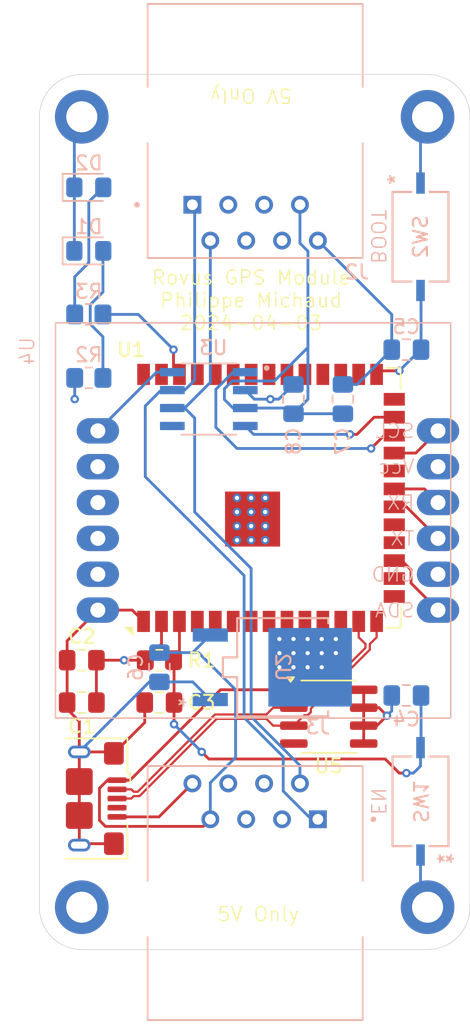
<source format=kicad_pcb>
(kicad_pcb (version 20240108) (generator "pcbnew") (generator_version "8.0")
  (layers (0 "F.Cu" signal) (1 "In1.Cu" signal) (2 "In2.Cu" signal) (31 "B.Cu" signal) (34 "B.Paste" user) (35 "F.Paste" user) (36 "B.SilkS" user "B.Silkscreen") (37 "F.SilkS" user "F.Silkscreen") (38 "B.Mask" user) (39 "F.Mask" user) (44 "Edge.Cuts" user))
  (net 0 "")
  (net 1 "GND")
  (net 2 "+3.3V")
  (net 3 "EN_PB")
  (net 4 "GPIO_0")
  (net 5 "+5V")
  (net 6 "Net-(D1-A)")
  (net 7 "Net-(D2-A)")
  (net 8 "USB_N")
  (net 10 "USB_P")
  (net 13 "CANL")
  (net 16 "CANH")
  (net 21 "LED_BUILDIN")
  (net 22 "SCL")
  (net 29 "TX1")
  (net 34 "RX1")
  (net 36 "TXC")
  (net 42 "RXC")
  (net 46 "SDA")
  (footprint "MountingHole:MountingHole_2.2mm_M2_DIN965_Pad_TopBottom" (layer "F.Cu") (at 46 23)
    (property "Reference" "H2" (hide yes))
    (property "Value" "MountingHole_Pad" (hide yes))
    (pad "1" thru_hole circle (at 0 0) (size 2.6 2.6) (drill 2.2) (layers "*.Cu" "*.Mask") (net 1 "GND"))
    (pad "1" connect circle (at 0 0) (size 3.8 3.8) (layers "F.Cu" "F.Mask") (net 1 "GND"))
    (pad "1" connect circle (at 0 0) (size 3.8 3.8) (layers "B.Cu" "B.Mask") (net 1 "GND"))
  )
  (footprint "MountingHole:MountingHole_2.2mm_M2_DIN965_Pad_TopBottom" (layer "F.Cu") (at 46 79)
    (property "Reference" "H4" (hide yes))
    (property "Value" "MountingHole_Pad" (hide yes))
    (pad "1" thru_hole circle (at 0 0) (size 2.6 2.6) (drill 2.2) (layers "*.Cu" "*.Mask") (net 1 "GND"))
    (pad "1" connect circle (at 0 0) (size 3.8 3.8) (layers "F.Cu" "F.Mask") (net 1 "GND"))
    (pad "1" connect circle (at 0 0) (size 3.8 3.8) (layers "B.Cu" "B.Mask") (net 1 "GND"))
  )
  (footprint "Capacitor_SMD:C_0805_2012Metric_Pad1.18x1.45mm_HandSolder" (layer "F.Cu") (at 21.5 61.5 180)
    (property "Reference" "C2" (at -0.014254 1.686608 180) (layer "F.SilkS"))
    (property "Value" "100nF")
    (fp_line (start -0.261252 0.735) (end 0.261252 0.735) (stroke (width 0.12)) (layer "F.SilkS"))
    (fp_line (start -0.261252 -0.735) (end 0.261252 -0.735) (stroke (width 0.12)) (layer "F.SilkS"))
    (pad "1" smd roundrect (at -1.0375 0 180) (size 1.175 1.45) (layers "F.Cu" "F.Paste" "F.Mask") (roundrect_rratio 0.212766) (net 2 "+3.3V"))
    (pad "2" smd roundrect (at 1.0375 0 180) (size 1.175 1.45) (layers "F.Cu" "F.Paste" "F.Mask") (roundrect_rratio 0.212766) (net 1 "GND"))
  )
  (footprint "Capacitor_SMD:C_0805_2012Metric_Pad1.18x1.45mm_HandSolder" (layer "F.Cu") (at 27 64.5 180)
    (property "Reference" "C3" (at -3 0 180) (layer "F.SilkS"))
    (property "Value" "1uF")
    (fp_line (start -0.261252 0.735) (end 0.261252 0.735) (stroke (width 0.12)) (layer "F.SilkS"))
    (fp_line (start -0.261252 -0.735) (end 0.261252 -0.735) (stroke (width 0.12)) (layer "F.SilkS"))
    (pad "1" smd roundrect (at -1.0375 0 180) (size 1.175 1.45) (layers "F.Cu" "F.Paste" "F.Mask") (roundrect_rratio 0.212766) (net 3 "EN_PB"))
    (pad "2" smd roundrect (at 1.0375 0 180) (size 1.175 1.45) (layers "F.Cu" "F.Paste" "F.Mask") (roundrect_rratio 0.212766) (net 1 "GND"))
  )
  (footprint "Package_SO:SOIC-8-1EP_3.9x4.9mm_P1.27mm_EP2.29x3mm" (layer "F.Cu") (at 39 65.5)
    (property "Reference" "U5" (at 0 3.5 0) (layer "F.SilkS"))
    (property "Value" "~")
    (fp_line (start 0 -2.56) (end -1.95 -2.56) (stroke (width 0.12)) (layer "F.SilkS"))
    (fp_line (start 0 -2.56) (end 1.95 -2.56) (stroke (width 0.12)) (layer "F.SilkS"))
    (fp_line (start 0 2.56) (end -1.95 2.56) (stroke (width 0.12)) (layer "F.SilkS"))
    (fp_line (start 0 2.56) (end 1.95 2.56) (stroke (width 0.12)) (layer "F.SilkS"))
    (fp_poly (pts (xy -2.7 -2.465) (xy -2.94 -2.795) (xy -2.46 -2.795) (xy -2.7 -2.465)) (stroke (width 0.12)) (fill solid) (layer "F.SilkS"))
    (pad "1" smd roundrect (at -2.475 -1.905) (size 1.95 0.6) (layers "F.Cu" "F.Paste" "F.Mask") (net 5 "+5V"))
    (pad "2" smd roundrect (at -2.475 -0.635) (size 1.95 0.6) (layers "F.Cu" "F.Paste" "F.Mask") (net 8 "USB_N"))
    (pad "3" smd roundrect (at -2.475 0.635) (size 1.95 0.6) (layers "F.Cu" "F.Paste" "F.Mask") (net 10 "USB_P"))
    (pad "4" smd roundrect (at -2.475 1.905) (size 1.95 0.6) (layers "F.Cu" "F.Paste" "F.Mask"))
    (pad "5" smd roundrect (at 2.475 1.905) (size 1.95 0.6) (layers "F.Cu" "F.Paste" "F.Mask") (net 1 "GND"))
    (pad "6" smd roundrect (at 2.475 0.635) (size 1.95 0.6) (layers "F.Cu" "F.Paste" "F.Mask") (net 1 "GND"))
    (pad "7" smd roundrect (at 2.475 -0.635) (size 1.95 0.6) (layers "F.Cu" "F.Paste" "F.Mask") (net 1 "GND"))
    (pad "8" smd roundrect (at 2.475 -1.905) (size 1.95 0.6) (layers "F.Cu" "F.Paste" "F.Mask") (net 1 "GND"))
  )
  (footprint "Capacitor_SMD:C_0805_2012Metric_Pad1.18x1.45mm_HandSolder" (layer "F.Cu") (at 21.5 64.5 180)
    (property "Reference" "C1" (at 0 -1.68 180) (layer "F.SilkS"))
    (property "Value" "22uF")
    (fp_line (start -0.261252 0.735) (end 0.261252 0.735) (stroke (width 0.12)) (layer "F.SilkS"))
    (fp_line (start -0.261252 -0.735) (end 0.261252 -0.735) (stroke (width 0.12)) (layer "F.SilkS"))
    (pad "1" smd roundrect (at -1.0375 0 180) (size 1.175 1.45) (layers "F.Cu" "F.Paste" "F.Mask") (roundrect_rratio 0.212766) (net 2 "+3.3V"))
    (pad "2" smd roundrect (at 1.0375 0 180) (size 1.175 1.45) (layers "F.Cu" "F.Paste" "F.Mask") (roundrect_rratio 0.212766) (net 1 "GND"))
  )
  (footprint "Resistor_SMD:R_0805_2012Metric_Pad1.20x1.40mm_HandSolder" (layer "F.Cu") (at 27 61.5)
    (property "Reference" "R1" (at 3 0 0) (layer "F.SilkS"))
    (property "Value" "10K TBV")
    (fp_line (start -0.227064 -0.735) (end 0.227064 -0.735) (stroke (width 0.12)) (layer "F.SilkS"))
    (fp_line (start -0.227064 0.735) (end 0.227064 0.735) (stroke (width 0.12)) (layer "F.SilkS"))
    (pad "1" smd roundrect (at -1 0) (size 1.2 1.4) (layers "F.Cu" "F.Paste" "F.Mask") (roundrect_rratio 0.208333) (net 2 "+3.3V"))
    (pad "2" smd roundrect (at 1 0) (size 1.2 1.4) (layers "F.Cu" "F.Paste" "F.Mask") (roundrect_rratio 0.208333) (net 3 "EN_PB"))
  )
  (footprint "RF_Module:ESP32-S3-WROOM-1" (layer "F.Cu") (at 31.14 50 90)
    (property "Reference" "U1" (at 10.5 -6.14 0) (layer "F.SilkS"))
    (property "Value" "ESP32-S3-WROOM-1")
    (fp_line (start -9.2 11.95) (end -9.2 12.95) (stroke (width 0.12)) (layer "F.SilkS"))
    (fp_line (start 9.2 12.95) (end 9.2 11.95) (stroke (width 0.12)) (layer "F.SilkS"))
    (fp_line (start 9.2 12.95) (end 7.7 12.95) (stroke (width 0.12)) (layer "F.SilkS"))
    (fp_line (start -9.2 12.95) (end -7.7 12.95) (stroke (width 0.12)) (layer "F.SilkS"))
    (fp_poly (pts (xy -9.2 -6.025) (xy -9.7 -6.025) (xy -9.2 -6.525) (xy -9.2 -6.025)) (stroke (width 0.12)) (fill solid) (layer "F.SilkS"))
    (pad "1" smd rect (at -8.75 -5.26 90) (size 1.5 0.9) (layers "F.Cu" "F.Paste" "F.Mask") (net 1 "GND"))
    (pad "2" smd rect (at -8.75 -3.99 90) (size 1.5 0.9) (layers "F.Cu" "F.Paste" "F.Mask") (net 2 "+3.3V"))
    (pad "3" smd rect (at -8.75 -2.72 90) (size 1.5 0.9) (layers "F.Cu" "F.Paste" "F.Mask") (net 3 "EN_PB"))
    (pad "4" smd rect (at -8.75 -1.45 90) (size 1.5 0.9) (layers "F.Cu" "F.Paste" "F.Mask"))
    (pad "5" smd rect (at -8.75 -0.18 90) (size 1.5 0.9) (layers "F.Cu" "F.Paste" "F.Mask"))
    (pad "6" smd rect (at -8.75 1.09 90) (size 1.5 0.9) (layers "F.Cu" "F.Paste" "F.Mask"))
    (pad "7" smd rect (at -8.75 2.36 90) (size 1.5 0.9) (layers "F.Cu" "F.Paste" "F.Mask"))
    (pad "8" smd rect (at -8.75 3.63 90) (size 1.5 0.9) (layers "F.Cu" "F.Paste" "F.Mask"))
    (pad "9" smd rect (at -8.75 4.9 90) (size 1.5 0.9) (layers "F.Cu" "F.Paste" "F.Mask"))
    (pad "10" smd rect (at -8.75 6.17 90) (size 1.5 0.9) (layers "F.Cu" "F.Paste" "F.Mask"))
    (pad "11" smd rect (at -8.75 7.44 90) (size 1.5 0.9) (layers "F.Cu" "F.Paste" "F.Mask"))
    (pad "12" smd rect (at -8.75 8.71 90) (size 1.5 0.9) (layers "F.Cu" "F.Paste" "F.Mask"))
    (pad "13" smd rect (at -8.75 9.98 90) (size 1.5 0.9) (layers "F.Cu" "F.Paste" "F.Mask") (net 8 "USB_N"))
    (pad "14" smd rect (at -8.75 11.25 270) (size 1.5 0.9) (layers "F.Cu" "F.Paste" "F.Mask") (net 10 "USB_P"))
    (pad "15" smd rect (at -6.985 12.5) (size 1.5 0.9) (layers "F.Cu" "F.Paste" "F.Mask"))
    (pad "16" smd rect (at -5.715 12.5) (size 1.5 0.9) (layers "F.Cu" "F.Paste" "F.Mask"))
    (pad "17" smd rect (at -4.445 12.5) (size 1.5 0.9) (layers "F.Cu" "F.Paste" "F.Mask") (net 46 "SDA"))
    (pad "18" smd rect (at -3.175 12.5) (size 1.5 0.9) (layers "F.Cu" "F.Paste" "F.Mask"))
    (pad "19" smd rect (at -1.905 12.5) (size 1.5 0.9) (layers "F.Cu" "F.Paste" "F.Mask"))
    (pad "20" smd rect (at -0.635 12.5) (size 1.5 0.9) (layers "F.Cu" "F.Paste" "F.Mask") (net 34 "RX1"))
    (pad "21" smd rect (at 0.635 12.5) (size 1.5 0.9) (layers "F.Cu" "F.Paste" "F.Mask") (net 29 "TX1"))
    (pad "22" smd rect (at 1.905 12.5) (size 1.5 0.9) (layers "F.Cu" "F.Paste" "F.Mask"))
    (pad "23" smd rect (at 3.175 12.5) (size 1.5 0.9) (layers "F.Cu" "F.Paste" "F.Mask") (net 22 "SCL"))
    (pad "24" smd rect (at 4.445 12.5) (size 1.5 0.9) (layers "F.Cu" "F.Paste" "F.Mask") (net 42 "RXC"))
    (pad "25" smd rect (at 5.715 12.5) (size 1.5 0.9) (layers "F.Cu" "F.Paste" "F.Mask") (net 36 "TXC"))
    (pad "26" smd rect (at 6.985 12.5) (size 1.5 0.9) (layers "F.Cu" "F.Paste" "F.Mask"))
    (pad "27" smd rect (at 8.75 11.25 90) (size 1.5 0.9) (layers "F.Cu" "F.Paste" "F.Mask") (net 4 "GPIO_0"))
    (pad "28" smd rect (at 8.75 9.98 90) (size 1.5 0.9) (layers "F.Cu" "F.Paste" "F.Mask"))
    (pad "29" smd rect (at 8.75 8.71 90) (size 1.5 0.9) (layers "F.Cu" "F.Paste" "F.Mask"))
    (pad "30" smd rect (at 8.75 7.44 90) (size 1.5 0.9) (layers "F.Cu" "F.Paste" "F.Mask"))
    (pad "31" smd rect (at 8.75 6.17 90) (size 1.5 0.9) (layers "F.Cu" "F.Paste" "F.Mask"))
    (pad "32" smd rect (at 8.75 4.9 90) (size 1.5 0.9) (layers "F.Cu" "F.Paste" "F.Mask"))
    (pad "33" smd rect (at 8.75 3.63 90) (size 1.5 0.9) (layers "F.Cu" "F.Paste" "F.Mask"))
    (pad "34" smd rect (at 8.75 2.36 90) (size 1.5 0.9) (layers "F.Cu" "F.Paste" "F.Mask"))
    (pad "35" smd rect (at 8.75 1.09 90) (size 1.5 0.9) (layers "F.Cu" "F.Paste" "F.Mask"))
    (pad "36" smd rect (at 8.75 -0.18 90) (size 1.5 0.9) (layers "F.Cu" "F.Paste" "F.Mask"))
    (pad "37" smd rect (at 8.75 -1.45 90) (size 1.5 0.9) (layers "F.Cu" "F.Paste" "F.Mask"))
    (pad "38" smd rect (at 8.75 -2.72 90) (size 1.5 0.9) (layers "F.Cu" "F.Paste" "F.Mask") (net 21 "LED_BUILDIN"))
    (pad "39" smd rect (at 8.75 -3.99 90) (size 1.5 0.9) (layers "F.Cu" "F.Paste" "F.Mask"))
    (pad "40" smd rect (at 8.75 -5.26 90) (size 1.5 0.9) (layers "F.Cu" "F.Paste" "F.Mask") (net 1 "GND"))
    (pad "41" smd rect (at -1.5 2.46) (size 3.9 3.9) (layers "F.Cu" "F.Mask") (net 1 "GND"))
  )
  (footprint "MountingHole:MountingHole_2.2mm_M2_DIN965_Pad_TopBottom" (layer "F.Cu") (at 21.5 79)
    (property "Reference" "H3" (hide yes))
    (property "Value" "MountingHole_Pad" (hide yes))
    (pad "1" thru_hole circle (at 0 0) (size 2.6 2.6) (drill 2.2) (layers "*.Cu" "*.Mask") (net 1 "GND"))
    (pad "1" connect circle (at 0 0) (size 3.8 3.8) (layers "F.Cu" "F.Mask") (net 1 "GND"))
    (pad "1" connect circle (at 0 0) (size 3.8 3.8) (layers "B.Cu" "B.Mask") (net 1 "GND"))
  )
  (footprint "MountingHole:MountingHole_2.2mm_M2_DIN965_Pad_TopBottom" (layer "F.Cu") (at 21.5 23)
    (property "Reference" "H1" (hide yes))
    (property "Value" "MountingHole_Pad" (hide yes))
    (pad "1" thru_hole circle (at 0 0) (size 2.6 2.6) (drill 2.2) (layers "*.Cu" "*.Mask") (net 1 "GND"))
    (pad "1" connect circle (at 0 0) (size 3.8 3.8) (layers "F.Cu" "F.Mask") (net 1 "GND"))
    (pad "1" connect circle (at 0 0) (size 3.8 3.8) (layers "B.Cu" "B.Mask") (net 1 "GND"))
  )
  (footprint "Connector_USB:USB_Micro-B_Amphenol_10118193-0001LF_Horizontal" (layer "F.Cu") (at 21.325 71.3 -90)
    (property "Reference" "J1" (hide yes))
    (property "Value" "USB_B_Micro")
    (fp_line (start -4.26 -3.41) (end -4.26 0.95) (stroke (width 0.12)) (layer "F.SilkS"))
    (fp_line (start -4.26 -3.41) (end -1.76 -3.41) (stroke (width 0.12)) (layer "F.SilkS"))
    (fp_line (start -1.76 -3.41) (end -1.76 -3.61) (stroke (width 0.12)) (layer "F.SilkS"))
    (fp_line (start 1.76 -3.41) (end 4.26 -3.41) (stroke (width 0.12)) (layer "F.SilkS"))
    (fp_line (start 4.26 -3.41) (end 4.26 0.95) (stroke (width 0.12)) (layer "F.SilkS"))
    (fp_line (start -1.1 -3.61) (end -1.76 -3.61) (stroke (width 0.12)) (layer "F.SilkS"))
    (pad "1" smd roundrect (at -1.3 -2.675 270) (size 0.4 1.35) (layers "F.Cu" "F.Paste" "F.Mask") (net 5 "+5V"))
    (pad "2" smd roundrect (at -0.65 -2.675 270) (size 0.4 1.35) (layers "F.Cu" "F.Paste" "F.Mask") (net 8 "USB_N"))
    (pad "3" smd roundrect (at 0 -2.675 270) (size 0.4 1.35) (layers "F.Cu" "F.Paste" "F.Mask") (net 10 "USB_P"))
    (pad "4" smd roundrect (at 0.65 -2.675 270) (size 0.4 1.35) (layers "F.Cu" "F.Paste" "F.Mask"))
    (pad "5" smd roundrect (at 1.3 -2.675 270) (size 0.4 1.35) (layers "F.Cu" "F.Paste" "F.Mask") (net 1 "GND"))
    (pad "6" thru_hole oval (at -3.3 0) (size 1.6 0.9) (drill oval 1.2 0.5) (layers "*.Cu" "*.Mask" "F.Paste") (net 1 "GND"))
    (pad "6" smd roundrect (at -3.2 -2.45 270) (size 1.6 1.4) (layers "F.Cu" "F.Paste" "F.Mask") (roundrect_rratio 0.1785714286) (net 1 "GND"))
    (pad "6" smd roundrect (at -1.2 0 270) (size 1.9 1.9) (layers "F.Cu" "F.Paste" "F.Mask") (roundrect_rratio 0.1315789474) (net 1 "GND"))
    (pad "6" smd roundrect (at 1.2 0 270) (size 1.9 1.9) (layers "F.Cu" "F.Paste" "F.Mask") (roundrect_rratio 0.1315789474) (net 1 "GND"))
    (pad "6" smd roundrect (at 3.2 -2.45 270) (size 1.6 1.4) (layers "F.Cu" "F.Paste" "F.Mask") (roundrect_rratio 0.1785714286) (net 1 "GND"))
    (pad "6" thru_hole oval (at 3.3 0) (size 1.6 0.9) (drill oval 1.2 0.5) (layers "*.Cu" "*.Mask" "F.Paste") (net 1 "GND"))
  )
  (footprint "LDO_AZ1117ID-3.3TRG1:TO252-2_AZ1117ID-3.3TRG1_DIO" (layer "B.Cu") (at 35.7366 62 90)
    (property "Reference" "U2" (at 0 0 -90) (layer "B.SilkS") (effects (justify mirror)))
    (property "Value" "AZ1117ID-3.3TRG1")
    (fp_line (start 0.6985 -4.2418) (end -0.6985 -4.2418) (stroke (width 0.1524)) (layer "B.SilkS"))
    (fp_line (start -0.6985 -4.2418) (end -0.6985 -3.2258) (stroke (width 0.1524)) (layer "B.SilkS"))
    (fp_line (start 3.4798 -3.2258) (end 0.6985 -3.2258) (stroke (width 0.1524)) (layer "B.SilkS"))
    (fp_line (start 0.6985 -3.2258) (end 0.6985 -4.2418) (stroke (width 0.1524)) (layer "B.SilkS"))
    (fp_line (start -0.6985 -3.2258) (end -3.4798 -3.2258) (stroke (width 0.1524)) (layer "B.SilkS"))
    (fp_line (start -3.4798 -3.2258) (end -3.4798 3.2258) (stroke (width 0.1524)) (layer "B.SilkS"))
    (fp_line (start 3.4798 3.2258) (end 3.4798 -3.2258) (stroke (width 0.1524)) (layer "B.SilkS"))
    (fp_line (start 3.11404 3.2258) (end 3.4798 3.2258) (stroke (width 0.1524)) (layer "B.SilkS"))
    (fp_line (start -3.4798 3.2258) (end -3.11404 3.2258) (stroke (width 0.1524)) (layer "B.SilkS"))
    (pad "1" smd rect (at -2.286 -5.1308 90) (size 0.9398 2.4892) (layers "B.Cu" "B.Paste" "B.Mask") (net 1 "GND"))
    (pad "2" smd rect (at 0 1.9431 90) (size 5.5626 5.9182) (layers "B.Cu" "B.Paste" "B.Mask") (net 2 "+3.3V"))
    (pad "3" smd rect (at 2.286 -5.1308 90) (size 0.9398 2.4892) (layers "B.Cu" "B.Paste" "B.Mask") (net 5 "+5V"))
  )
  (footprint "Capacitor_SMD:C_0805_2012Metric_Pad1.18x1.45mm_HandSolder" (layer "B.Cu") (at 40 43 90)
    (property "Reference" "C7" (at -3 0 -90) (layer "B.SilkS") (effects (justify mirror)))
    (property "Value" "10uF")
    (fp_line (start 0.261252 -0.735) (end -0.261252 -0.735) (stroke (width 0.12)) (layer "B.SilkS"))
    (fp_line (start 0.261252 0.735) (end -0.261252 0.735) (stroke (width 0.12)) (layer "B.SilkS"))
    (pad "1" smd roundrect (at -1.0375 0 90) (size 1.175 1.45) (layers "B.Cu" "B.Paste" "B.Mask") (roundrect_rratio 0.212766) (net 5 "+5V"))
    (pad "2" smd roundrect (at 1.0375 0 90) (size 1.175 1.45) (layers "B.Cu" "B.Paste" "B.Mask") (roundrect_rratio 0.212766) (net 1 "GND"))
  )
  (footprint "LED_SMD:LED_0805_2012Metric_Pad1.15x1.40mm_HandSolder" (layer "B.Cu") (at 22 28)
    (property "Reference" "D2" (at 0.006882 -1.722222 0) (layer "B.SilkS") (effects (justify mirror)))
    (property "Value" "R" (hide yes))
    (fp_line (start -1.86 -0.96) (end -1.86 0.96) (stroke (width 0.12)) (layer "B.SilkS"))
    (fp_line (start -1.86 0.96) (end 1 0.96) (stroke (width 0.12)) (layer "B.SilkS"))
    (fp_line (start 1 -0.96) (end -1.86 -0.96) (stroke (width 0.12)) (layer "B.SilkS"))
    (pad "1" smd roundrect (at -1.025 0) (size 1.15 1.4) (layers "B.Cu" "B.Paste" "B.Mask") (roundrect_rratio 0.217391) (net 1 "GND"))
    (pad "2" smd roundrect (at 1.025 0) (size 1.15 1.4) (layers "B.Cu" "B.Paste" "B.Mask") (roundrect_rratio 0.217391) (net 7 "Net-(D2-A)"))
  )
  (footprint "TS09_63_25_WT_160_SMT_TR:SW_TS09-63-25_CUD" (layer "B.Cu") (at 45.5 71.5 90)
    (property "Reference" "SW1" (at 0 0 -90) (layer "B.SilkS") (effects (justify mirror)))
    (property "Value" "TS09-63-25-WT-160-SMT-TR")
    (fp_line (start 3.175 -1.9812) (end -3.175 -1.9812) (stroke (width 0.1524)) (layer "B.SilkS"))
    (fp_line (start -3.175 -1.9812) (end -3.175 -0.63754) (stroke (width 0.1524)) (layer "B.SilkS"))
    (fp_line (start 3.175 -0.63754) (end 3.175 -1.9812) (stroke (width 0.1524)) (layer "B.SilkS"))
    (fp_line (start -3.175 0.63754) (end -3.175 1.9812) (stroke (width 0.1524)) (layer "B.SilkS"))
    (fp_line (start 3.175 1.9812) (end 3.175 0.63754) (stroke (width 0.1524)) (layer "B.SilkS"))
    (fp_line (start -3.175 1.9812) (end 3.175 1.9812) (stroke (width 0.1524)) (layer "B.SilkS"))
    (fp_text user "*" (at -4.05765 1.7526 -90) (layer "B.SilkS") (effects (justify mirror)))
    (fp_text user "*" (at -4.05765 1.7526 -90) (layer "B.SilkS") (effects (justify mirror)))
    (pad "1" smd rect (at -3.80365 0 90) (size 1.5113 0.6096) (layers "B.Cu" "B.Paste" "B.Mask") (net 1 "GND"))
    (pad "2" smd rect (at 3.80365 0 90) (size 1.5113 0.6096) (layers "B.Cu" "B.Paste" "B.Mask") (net 3 "EN_PB"))
  )
  (footprint "LED_SMD:LED_0805_2012Metric_Pad1.15x1.40mm_HandSolder" (layer "B.Cu") (at 22 32.5)
    (property "Reference" "D1" (at -0.001649 -1.70492 0) (layer "B.SilkS") (effects (justify mirror)))
    (property "Value" "R")
    (fp_line (start -1.86 -0.96) (end -1.86 0.96) (stroke (width 0.12)) (layer "B.SilkS"))
    (fp_line (start -1.86 0.96) (end 1 0.96) (stroke (width 0.12)) (layer "B.SilkS"))
    (fp_line (start 1 -0.96) (end -1.86 -0.96) (stroke (width 0.12)) (layer "B.SilkS"))
    (pad "1" smd roundrect (at -1.025 0) (size 1.15 1.4) (layers "B.Cu" "B.Paste" "B.Mask") (roundrect_rratio 0.217391) (net 1 "GND"))
    (pad "2" smd roundrect (at 1.025 0) (size 1.15 1.4) (layers "B.Cu" "B.Paste" "B.Mask") (roundrect_rratio 0.217391) (net 6 "Net-(D1-A)"))
  )
  (footprint "Capacitor_SMD:C_0805_2012Metric_Pad1.18x1.45mm_HandSolder" (layer "B.Cu") (at 44.5 64)
    (property "Reference" "C4" (at 0 1.68 0) (layer "B.SilkS") (effects (justify mirror)))
    (property "Value" "100nF")
    (fp_line (start 0.261252 -0.735) (end -0.261252 -0.735) (stroke (width 0.12)) (layer "B.SilkS"))
    (fp_line (start 0.261252 0.735) (end -0.261252 0.735) (stroke (width 0.12)) (layer "B.SilkS"))
    (pad "1" smd roundrect (at -1.0375 0) (size 1.175 1.45) (layers "B.Cu" "B.Paste" "B.Mask") (roundrect_rratio 0.212766) (net 1 "GND"))
    (pad "2" smd roundrect (at 1.0375 0) (size 1.175 1.45) (layers "B.Cu" "B.Paste" "B.Mask") (roundrect_rratio 0.212766) (net 3 "EN_PB"))
  )
  (footprint "Capacitor_SMD:C_0805_2012Metric_Pad1.18x1.45mm_HandSolder" (layer "B.Cu") (at 27 62 -90)
    (property "Reference" "C6" (at 0 1.68 90) (layer "B.SilkS") (effects (justify mirror)))
    (property "Value" "10uF")
    (fp_line (start 0.261252 0.735) (end -0.261252 0.735) (stroke (width 0.12)) (layer "B.SilkS"))
    (fp_line (start 0.261252 -0.735) (end -0.261252 -0.735) (stroke (width 0.12)) (layer "B.SilkS"))
    (pad "1" smd roundrect (at -1.0375 0 270) (size 1.175 1.45) (layers "B.Cu" "B.Paste" "B.Mask") (roundrect_rratio 0.212766) (net 5 "+5V"))
    (pad "2" smd roundrect (at 1.0375 0 270) (size 1.175 1.45) (layers "B.Cu" "B.Paste" "B.Mask") (roundrect_rratio 0.212766) (net 1 "GND"))
  )
  (footprint "Capacitor_SMD:C_0805_2012Metric_Pad1.18x1.45mm_HandSolder" (layer "B.Cu") (at 44.5 39.5)
    (property "Reference" "C5" (at 0.001442 -1.62003 0) (layer "B.SilkS") (effects (justify mirror)))
    (property "Value" "100nF")
    (fp_line (start 0.261252 -0.735) (end -0.261252 -0.735) (stroke (width 0.12)) (layer "B.SilkS"))
    (fp_line (start 0.261252 0.735) (end -0.261252 0.735) (stroke (width 0.12)) (layer "B.SilkS"))
    (pad "1" smd roundrect (at -1.0375 0) (size 1.175 1.45) (layers "B.Cu" "B.Paste" "B.Mask") (roundrect_rratio 0.212766) (net 1 "GND"))
    (pad "2" smd roundrect (at 1.0375 0) (size 1.175 1.45) (layers "B.Cu" "B.Paste" "B.Mask") (roundrect_rratio 0.212766) (net 4 "GPIO_0"))
  )
  (footprint "TS09_63_25_WT_160_SMT_TR:SW_TS09-63-25_CUD" (layer "B.Cu") (at 45.5 31.5 -90)
    (property "Reference" "SW2" (at 0 0 90) (layer "B.SilkS") (effects (justify mirror)))
    (property "Value" "TS09-63-25-WT-160-SMT-TR")
    (fp_line (start -3.175 1.9812) (end 3.175 1.9812) (stroke (width 0.1524)) (layer "B.SilkS"))
    (fp_line (start 3.175 1.9812) (end 3.175 0.63754) (stroke (width 0.1524)) (layer "B.SilkS"))
    (fp_line (start -3.175 0.63754) (end -3.175 1.9812) (stroke (width 0.1524)) (layer "B.SilkS"))
    (fp_line (start 3.175 -0.63754) (end 3.175 -1.9812) (stroke (width 0.1524)) (layer "B.SilkS"))
    (fp_line (start -3.175 -1.9812) (end -3.175 -0.63754) (stroke (width 0.1524)) (layer "B.SilkS"))
    (fp_line (start 3.175 -1.9812) (end -3.175 -1.9812) (stroke (width 0.1524)) (layer "B.SilkS"))
    (fp_text user "*" (at -4.05765 1.7526 90) (layer "B.SilkS") (effects (justify mirror)))
    (pad "1" smd rect (at -3.80365 0 270) (size 1.5113 0.6096) (layers "B.Cu" "B.Paste" "B.Mask") (net 1 "GND"))
    (pad "2" smd rect (at 3.80365 0 270) (size 1.5113 0.6096) (layers "B.Cu" "B.Paste" "B.Mask") (net 4 "GPIO_0"))
  )
  (footprint "TJA1050T_CM_118:SOIC127P600X175-8N" (layer "B.Cu") (at 30.5 43 180)
    (property "Reference" "U3" (at -0.325 3.635 180) (layer "B.SilkS") (effects (justify mirror)))
    (property "Value" "TJA1050T_CM_118")
    (fp_line (start 1.95 2.52) (end -1.95 2.52) (stroke (width 0.127)) (layer "B.SilkS"))
    (fp_line (start 1.95 -2.52) (end -1.95 -2.52) (stroke (width 0.127)) (layer "B.SilkS"))
    (fp_circle (center -4.1 2.2) (end -4 2.2) (stroke (width 0.2)) (fill none) (layer "B.SilkS"))
    (pad "1" smd roundrect (at -2.585 1.905 180) (size 1.75 0.59) (layers "B.Cu" "B.Paste" "B.Mask") (roundrect_rratio 0.07) (net 42 "RXC"))
    (pad "2" smd roundrect (at -2.585 0.635 180) (size 1.75 0.59) (layers "B.Cu" "B.Paste" "B.Mask") (roundrect_rratio 0.07) (net 1 "GND"))
    (pad "3" smd roundrect (at -2.585 -0.635 180) (size 1.75 0.59) (layers "B.Cu" "B.Paste" "B.Mask") (roundrect_rratio 0.07) (net 5 "+5V"))
    (pad "4" smd roundrect (at -2.585 -1.905 180) (size 1.75 0.59) (layers "B.Cu" "B.Paste" "B.Mask") (roundrect_rratio 0.07) (net 36 "TXC"))
    (pad "5" smd roundrect (at 2.585 -1.905 180) (size 1.75 0.59) (layers "B.Cu" "B.Paste" "B.Mask") (roundrect_rratio 0.07))
    (pad "6" smd roundrect (at 2.585 -0.635 180) (size 1.75 0.59) (layers "B.Cu" "B.Paste" "B.Mask") (roundrect_rratio 0.07) (net 13 "CANL"))
    (pad "7" smd roundrect (at 2.585 0.635 180) (size 1.75 0.59) (layers "B.Cu" "B.Paste" "B.Mask") (roundrect_rratio 0.07) (net 16 "CANH"))
    (pad "8" smd roundrect (at 2.585 1.905 180) (size 1.75 0.59) (layers "B.Cu" "B.Paste" "B.Mask") (roundrect_rratio 0.07) (net 1 "GND"))
  )
  (footprint "Capacitor_SMD:C_0805_2012Metric_Pad1.18x1.45mm_HandSolder" (layer "B.Cu") (at 36.5 43 90)
    (property "Reference" "C8" (at -3 0 -90) (layer "B.SilkS") (effects (justify mirror)))
    (property "Value" "100nF")
    (fp_line (start 0.261252 -0.735) (end -0.261252 -0.735) (stroke (width 0.12)) (layer "B.SilkS"))
    (fp_line (start 0.261252 0.735) (end -0.261252 0.735) (stroke (width 0.12)) (layer "B.SilkS"))
    (pad "1" smd roundrect (at -1.0375 0 90) (size 1.175 1.45) (layers "B.Cu" "B.Paste" "B.Mask") (roundrect_rratio 0.212766) (net 5 "+5V"))
    (pad "2" smd roundrect (at 1.0375 0 90) (size 1.175 1.45) (layers "B.Cu" "B.Paste" "B.Mask") (roundrect_rratio 0.212766) (net 1 "GND"))
  )
  (footprint "Resistor_SMD:R_0805_2012Metric_Pad1.20x1.40mm_HandSolder" (layer "B.Cu") (at 22 37)
    (property "Reference" "R3" (at 0.002617 -1.6279 0) (layer "B.SilkS") (effects (justify mirror)))
    (property "Value" "1k" (hide yes))
    (fp_line (start 0.227064 -0.735) (end -0.227064 -0.735) (stroke (width 0.12)) (layer "B.SilkS"))
    (fp_line (start 0.227064 0.735) (end -0.227064 0.735) (stroke (width 0.12)) (layer "B.SilkS"))
    (pad "1" smd roundrect (at -1 0) (size 1.2 1.4) (layers "B.Cu" "B.Paste" "B.Mask") (roundrect_rratio 0.208333) (net 7 "Net-(D2-A)"))
    (pad "2" smd roundrect (at 1 0) (size 1.2 1.4) (layers "B.Cu" "B.Paste" "B.Mask") (roundrect_rratio 0.208333) (net 21 "LED_BUILDIN"))
  )
  (footprint "Resistor_SMD:R_0805_2012Metric_Pad1.20x1.40mm_HandSolder" (layer "B.Cu") (at 22 41.5 180)
    (property "Reference" "R2" (at 0.001649 1.631927 180) (layer "B.SilkS") (effects (justify mirror)))
    (property "Value" "1k")
    (fp_line (start 0.227064 0.735) (end -0.227064 0.735) (stroke (width 0.12)) (layer "B.SilkS"))
    (fp_line (start 0.227064 -0.735) (end -0.227064 -0.735) (stroke (width 0.12)) (layer "B.SilkS"))
    (pad "1" smd roundrect (at -1 0 180) (size 1.2 1.4) (layers "B.Cu" "B.Paste" "B.Mask") (roundrect_rratio 0.208333) (net 6 "Net-(D1-A)"))
    (pad "2" smd roundrect (at 1 0 180) (size 1.2 1.4) (layers "B.Cu" "B.Paste" "B.Mask") (roundrect_rratio 0.208333) (net 2 "+3.3V"))
  )
  (footprint "54601-908WPLF:AMPHENOL_54601-908WPLF" (layer "B.Cu") (at 33.784 79.12 180)
    (property "Reference" "J3" (at -4.445 12.885 180) (layer "B.SilkS") (effects (justify mirror)))
    (property "Value" "RJ45")
    (fp_line (start 7.62 10.12) (end 7.62 1.995) (stroke (width 0.127)) (layer "B.SilkS"))
    (fp_line (start 7.62 -1.995) (end 7.62 -7.88) (stroke (width 0.127)) (layer "B.SilkS"))
    (fp_line (start 7.62 -7.88) (end -7.62 -7.88) (stroke (width 0.127)) (layer "B.SilkS"))
    (fp_line (start -7.62 10.12) (end 7.62 10.12) (stroke (width 0.127)) (layer "B.SilkS"))
    (fp_line (start -7.62 1.995) (end -7.62 10.12) (stroke (width 0.127)) (layer "B.SilkS"))
    (fp_line (start -7.62 -1.995) (end -7.62 -7.88) (stroke (width 0.127)) (layer "B.SilkS"))
    (fp_circle (center -8.37 6.35) (end -8.27 6.35) (stroke (width 0.2)) (fill none) (layer "B.SilkS"))
    (pad "" np_thru_hole circle (at -5.716 0 180) (size 3.35 3.35) (drill 3.35) (layers "*.Cu" "*.Mask"))
    (pad "" np_thru_hole circle (at 5.716 0 180) (size 3.35 3.35) (drill 3.35) (layers "*.Cu" "*.Mask"))
    (pad "1" thru_hole rect (at -4.445 6.35 180) (size 1.268 1.268) (drill 0.76) (layers "*.Cu" "*.Mask") (net 16 "CANH"))
    (pad "2" thru_hole circle (at -3.175 8.89 180) (size 1.268 1.268) (drill 0.76) (layers "*.Cu" "*.Mask") (net 13 "CANL"))
    (pad "3" thru_hole circle (at -1.905 6.35 180) (size 1.268 1.268) (drill 0.76) (layers "*.Cu" "*.Mask"))
    (pad "4" thru_hole circle (at -0.635 8.89 180) (size 1.268 1.268) (drill 0.76) (layers "*.Cu" "*.Mask"))
    (pad "5" thru_hole circle (at 0.635 6.35 180) (size 1.268 1.268) (drill 0.76) (layers "*.Cu" "*.Mask"))
    (pad "6" thru_hole circle (at 1.905 8.89 180) (size 1.268 1.268) (drill 0.76) (layers "*.Cu" "*.Mask"))
    (pad "7" thru_hole circle (at 3.175 6.35 180) (size 1.268 1.268) (drill 0.76) (layers "*.Cu" "*.Mask") (net 5 "+5V"))
    (pad "8" thru_hole circle (at 4.445 8.89 180) (size 1.268 1.268) (drill 0.76) (layers "*.Cu" "*.Mask") (net 1 "GND"))
  )
  (footprint "Custom:BN-880" (layer "B.Cu") (at 19.64 37.6 -90)
    (property "Reference" "U4" (at 2 2 90) (layer "B.SilkS") (effects (font (thickness 0.1)) (justify mirror)))
    (property "Value" "~")
    (fp_rect (start 28 -28) (end 0 0) (stroke (width 0.1)) (fill none) (layer "B.SilkS"))
    (fp_text user "SCL" (at 7.653613 -25.5 0) (layer "B.SilkS") (effects (font (thickness 0.1)) (justify left mirror)))
    (fp_text user "GND" (at 17.829395 -25.5 0) (layer "B.SilkS") (effects (font (thickness 0.1)) (justify left mirror)))
    (fp_text user "TX" (at 15.272606 -25.5 0) (layer "B.SilkS") (effects (font (thickness 0.1)) (justify left mirror)))
    (fp_text user "Vcc" (at 10.192347 -25.5 0) (layer "B.SilkS") (effects (font (thickness 0.1)) (justify left mirror)))
    (fp_text user "RX" (at 12.733872 -25.5 0) (layer "B.SilkS") (effects (font (thickness 0.1)) (justify left mirror)))
    (fp_text user "SDA" (at 20.368129 -25.5 0) (layer "B.SilkS") (effects (font (thickness 0.1)) (justify left mirror)))
    (pad "1" thru_hole oval (at 20.35 -27.1 270) (size 1.8 3) (drill 1.06) (layers "*.Cu" "*.Mask") (net 46 "SDA"))
    (pad "2" thru_hole oval (at 7.65 -3 270) (size 1.8 3) (drill 1.06) (layers "*.Cu" "*.Mask") (net 1 "GND"))
    (pad "2" thru_hole oval (at 10.19 -3 270) (size 1.8 3) (drill 1.06) (layers "*.Cu" "*.Mask") (net 1 "GND"))
    (pad "2" thru_hole oval (at 12.73 -3 270) (size 1.8 3) (drill 1.06) (layers "*.Cu" "*.Mask") (net 1 "GND"))
    (pad "2" thru_hole oval (at 15.27 -3 270) (size 1.8 3) (drill 1.06) (layers "*.Cu" "*.Mask") (net 1 "GND"))
    (pad "2" thru_hole oval (at 17.81 -27.1 270) (size 1.8 3) (drill 1.06) (layers "*.Cu" "*.Mask") (net 1 "GND"))
    (pad "2" thru_hole oval (at 17.81 -3 270) (size 1.8 3) (drill 1.06) (layers "*.Cu" "*.Mask") (net 1 "GND"))
    (pad "2" thru_hole oval (at 20.35 -3 270) (size 1.8 3) (drill 1.06) (layers "*.Cu" "*.Mask") (net 1 "GND"))
    (pad "3" thru_hole oval (at 15.27 -27.1 270) (size 1.8 3) (drill 1.06) (layers "*.Cu" "*.Mask") (net 34 "RX1"))
    (pad "4" thru_hole oval (at 12.73 -27.1 270) (size 1.8 3) (drill 1.06) (layers "*.Cu" "*.Mask") (net 29 "TX1"))
    (pad "5" thru_hole oval (at 10.19 -27.1 270) (size 1.8 3) (drill 1.06) (layers "*.Cu" "*.Mask") (net 2 "+3.3V"))
    (pad "6" thru_hole oval (at 7.65 -27.1 270) (size 1.8 3) (drill 1.06) (layers "*.Cu" "*.Mask") (net 22 "SCL"))
  )
  (footprint "54601-908WPLF:AMPHENOL_54601-908WPLF" (layer "B.Cu") (at 33.784 22.88)
    (property "Reference" "J2" (at 7.216 11.12 0) (layer "B.SilkS") (effects (justify mirror)))
    (property "Value" "RJ45")
    (fp_line (start -7.62 -1.995) (end -7.62 -7.88) (stroke (width 0.127)) (layer "B.SilkS"))
    (fp_line (start -7.62 1.995) (end -7.62 10.12) (stroke (width 0.127)) (layer "B.SilkS"))
    (fp_line (start -7.62 10.12) (end 7.62 10.12) (stroke (width 0.127)) (layer "B.SilkS"))
    (fp_line (start 7.62 -7.88) (end -7.62 -7.88) (stroke (width 0.127)) (layer "B.SilkS"))
    (fp_line (start 7.62 -1.995) (end 7.62 -7.88) (stroke (width 0.127)) (layer "B.SilkS"))
    (fp_line (start 7.62 10.12) (end 7.62 1.995) (stroke (width 0.127)) (layer "B.SilkS"))
    (fp_circle (center -8.37 6.35) (end -8.27 6.35) (stroke (width 0.2)) (fill none) (layer "B.SilkS"))
    (pad "" np_thru_hole circle (at -5.716 0) (size 3.35 3.35) (drill 3.35) (layers "*.Cu" "*.Mask"))
    (pad "" np_thru_hole circle (at 5.716 0) (size 3.35 3.35) (drill 3.35) (layers "*.Cu" "*.Mask"))
    (pad "1" thru_hole rect (at -4.445 6.35) (size 1.268 1.268) (drill 0.76) (layers "*.Cu" "*.Mask") (net 16 "CANH"))
    (pad "2" thru_hole circle (at -3.175 8.89) (size 1.268 1.268) (drill 0.76) (layers "*.Cu" "*.Mask") (net 13 "CANL"))
    (pad "3" thru_hole circle (at -1.905 6.35) (size 1.268 1.268) (drill 0.76) (layers "*.Cu" "*.Mask"))
    (pad "4" thru_hole circle (at -0.635 8.89) (size 1.268 1.268) (drill 0.76) (layers "*.Cu" "*.Mask"))
    (pad "5" thru_hole circle (at 0.635 6.35) (size 1.268 1.268) (drill 0.76) (layers "*.Cu" "*.Mask"))
    (pad "6" thru_hole circle (at 1.905 8.89) (size 1.268 1.268) (drill 0.76) (layers "*.Cu" "*.Mask"))
    (pad "7" thru_hole circle (at 3.175 6.35) (size 1.268 1.268) (drill 0.76) (layers "*.Cu" "*.Mask") (net 5 "+5V"))
    (pad "8" thru_hole circle (at 4.445 8.89) (size 1.268 1.268) (drill 0.76) (layers "*.Cu" "*.Mask") (net 1 "GND"))
  )
  (gr_arc (start 49 79) (mid 48.12132 81.12132) (end 46 82) (stroke (width 0.05)) (layer "Edge.Cuts"))
  (gr_arc (start 21.5 82) (mid 19.37868 81.12132) (end 18.5 79) (stroke (width 0.05)) (layer "Edge.Cuts"))
  (gr_line (start 49 79) (end 49 23) (stroke (width 0.05)) (layer "Edge.Cuts"))
  (gr_line (start 21.5 82) (end 46 82) (stroke (width 0.05)) (layer "Edge.Cuts"))
  (gr_line (start 18.5 23) (end 18.5 79) (stroke (width 0.05)) (layer "Edge.Cuts"))
  (gr_arc (start 46 20) (mid 48.12132 20.87868) (end 49 23) (stroke (width 0.05)) (layer "Edge.Cuts"))
  (gr_arc (start 18.5 23) (mid 19.37868 20.87868) (end 21.5 20) (stroke (width 0.05)) (layer "Edge.Cuts"))
  (gr_line (start 46 20.000001) (end 21.5 20) (stroke (width 0.05)) (layer "Edge.Cuts"))
  (gr_text "BOOT" (at 42.5 31.5 -90) (layer "B.SilkS") (effects (font (size 1 1) (thickness 0.1)) (justify mirror)))
  (gr_text "*" (at 28.304092 64.484898 -90) (layer "B.SilkS") (effects (font (size 1 1)) (justify mirror)))
  (gr_text "EN" (at 42.5 71.5 -90) (layer "B.SilkS") (effects (font (size 1 1) (thickness 0.1)) (justify mirror)))
  (gr_text "5V Only" (at 33.5 21.5 180) (layer "F.SilkS") (effects (font (size 1 1) (thickness 0.1))))
  (gr_text "Rovus GPS Module\nPhilippe Michaud\n2024-04-03" (at 33.5 36 0) (layer "F.SilkS") (effects (font (size 1 1) (thickness 0.1))))
  (gr_text "5V Only" (at 34 79.5 0) (layer "F.SilkS") (effects (font (size 1 1) (thickness 0.1))))
  (segment (start 42.416205 66.135) (end 43.122102 65.429103) (width 0.2) (layer "F.Cu") (net 1))
  (segment (start 21.325 70.1) (end 21.325 68) (width 0.2) (layer "F.Cu") (net 1))
  (segment (start 21.325 65.825) (end 21.325 68) (width 0.2) (layer "F.Cu") (net 1))
  (segment (start 26.969 72.6) (end 29.339 70.23) (width 0.2) (layer "F.Cu") (net 1))
  (segment (start 23.4 68.1) (end 23.3 68) (width 0.2) (layer "F.Cu") (net 1))
  (segment (start 22.64 45.25) (end 25.88 42.01) (width 0.2) (layer "F.Cu") (net 1))
  (segment (start 22.64 57.95) (end 25.08 57.95) (width 0.2) (layer "F.Cu") (net 1))
  (segment (start 25.08 57.95) (end 25.88 58.75) (width 0.2) (layer "F.Cu") (net 1))
  (segment (start 24 72.6) (end 26.969 72.6) (width 0.2) (layer "F.Cu") (net 1))
  (segment (start 21.425 74.5) (end 21.325 74.6) (width 0.2) (layer "F.Cu") (net 1))
  (segment (start 23.775 74.5) (end 21.425 74.5) (width 0.2) (layer "F.Cu") (net 1))
  (segment (start 41.475 63.595) (end 41.475 64.865) (width 0.2) (layer "F.Cu") (net 1))
  (segment (start 20.4625 60.1275) (end 22.64 57.95) (width 0.2) (layer "F.Cu") (net 1))
  (segment (start 23.775 68.1) (end 23.4 68.1) (width 0.2) (layer "F.Cu") (net 1))
  (segment (start 25.9625 65.9125) (end 23.775 68.1) (width 0.2) (layer "F.Cu") (net 1))
  (segment (start 20.4625 61.5) (end 20.4625 60.1275) (width 0.2) (layer "F.Cu") (net 1))
  (segment (start 41.475 64.865) (end 42.557999 64.865) (width 0.2) (layer "F.Cu") (net 1))
  (segment (start 25.88 42.01) (end 25.88 41.25) (width 0.2) (layer "F.Cu") (net 1))
  (segment (start 41.475 67.405) (end 41.475 66.135) (width 0.2) (layer "F.Cu") (net 1))
  (segment (start 41.475 66.135) (end 42.416205 66.135) (width 0.2) (layer "F.Cu") (net 1))
  (segment (start 41.475 66.135) (end 41.475 64.865) (width 0.2) (layer "F.Cu") (net 1))
  (segment (start 20.4625 64.5) (end 20.4625 64.9625) (width 0.2) (layer "F.Cu") (net 1))
  (segment (start 21.325 72.5) (end 21.325 70.1) (width 0.2) (layer "F.Cu") (net 1))
  (segment (start 20.4625 64.9625) (end 21.325 65.825) (width 0.2) (layer "F.Cu") (net 1))
  (segment (start 42.557999 64.865) (end 43.122102 65.429103) (width 0.2) (layer "F.Cu") (net 1))
  (segment (start 20.4625 61.5) (end 20.4625 64.5) (width 0.2) (layer "F.Cu") (net 1))
  (segment (start 25.9625 64.5) (end 25.9625 65.9125) (width 0.2) (layer "F.Cu") (net 1))
  (segment (start 23.3 68) (end 21.325 68) (width 0.2) (layer "F.Cu") (net 1))
  (segment (start 21.325 74.6) (end 21.325 72.5) (width 0.2) (layer "F.Cu") (net 1))
  (via (at 32.5 52) (size 0.6) (drill 0.3) (layers "F.Cu" "B.Cu") (net 1))
  (via (at 34.5 51) (size 0.6) (drill 0.3) (layers "F.Cu" "B.Cu") (net 1))
  (via (at 32.5 50) (size 0.6) (drill 0.3) (layers "F.Cu" "B.Cu") (net 1))
  (via (at 33.5 51) (size 0.6) (drill 0.3) (layers "F.Cu" "B.Cu") (net 1))
  (via (at 34.5 53) (size 0.6) (drill 0.3) (layers "F.Cu" "B.Cu") (net 1))
  (via (at 34.861805 43.006449) (size 0.6) (drill 0.3) (layers "F.Cu" "B.Cu") (net 1))
  (via (at 33.5 52) (size 0.6) (drill 0.3) (layers "F.Cu" "B.Cu") (net 1))
  (via (at 32.5 51) (size 0.6) (drill 0.3) (layers "F.Cu" "B.Cu") (net 1))
  (via (at 33.5 53) (size 0.6) (drill 0.3) (layers "F.Cu" "B.Cu") (net 1))
  (via (at 32.5 53) (size 0.6) (drill 0.3) (layers "F.Cu" "B.Cu") (net 1))
  (via (at 34.5 52) (size 0.6) (drill 0.3) (layers "F.Cu" "B.Cu") (net 1))
  (via (at 43.122102 65.429103) (size 0.6) (drill 0.3) (layers "F.Cu" "B.Cu") (net 1))
  (via (at 34.5 50) (size 0.6) (drill 0.3) (layers "F.Cu" "B.Cu") (net 1))
  (via (at 33.5 50) (size 0.6) (drill 0.3) (layers "F.Cu" "B.Cu") (net 1))
  (segment (start 41 41.9625) (end 43.4625 39.5) (width 0.2) (layer "B.Cu") (net 1))
  (segment (start 40 41.9625) (end 41 41.9625) (width 0.2) (layer "B.Cu") (net 1))
  (segment (start 45.5 27.69635) (end 45.5 23.5) (width 0.2) (layer "B.Cu") (net 1))
  (segment (start 36.5 41.9625) (end 35.456051 43.006449) (width 0.2) (layer "B.Cu") (net 1))
  (segment (start 27 63.0375) (end 29.3573 63.0375) (width 0.2) (layer "B.Cu") (net 1))
  (segment (start 43.4625 65.088705) (end 43.122102 65.429103) (width 0.2) (layer "B.Cu") (net 1))
  (segment (start 20.975 28) (end 20.975 23.525) (width 0.2) (layer "B.Cu") (net 1))
  (segment (start 45.5 23.5) (end 46 23) (width 0.2) (layer "B.Cu") (net 1))
  (segment (start 20.975 23.525) (end 21.5 23) (width 0.2) (layer "B.Cu") (net 1))
  (segment (start 22.64 45.25) (end 26.795 41.095) (width 0.2) (layer "B.Cu") (net 1))
  (segment (start 29.3573 63.0375) (end 30.6058 64.286) (width 0.2) (layer "B.Cu") (net 1))
  (segment (start 20.975 28) (end 20.975 32.5) (width 0.2) (layer "B.Cu") (net 1))
  (segment (start 45.5 75.30365) (end 45.5 78.5) (width 0.2) (layer "B.Cu") (net 1))
  (segment (start 33.726449 43.006449) (end 33.085 42.365) (width 0.2) (layer "B.Cu") (net 1))
  (segment (start 35.456051 43.006449) (end 33.726449 43.006449) (width 0.2) (layer "B.Cu") (net 1))
  (segment (start 27 63.0375) (end 26.2875 63.0375) (width 0.2) (layer "B.Cu") (net 1))
  (segment (start 43.4625 37.0035) (end 38.229 31.77) (width 0.2) (layer "B.Cu") (net 1))
  (segment (start 26.2875 63.0375) (end 21.325 68) (width 0.2) (layer "B.Cu") (net 1))
  (segment (start 45.5 78.5) (end 46 79) (width 0.2) (layer "B.Cu") (net 1))
  (segment (start 43.4625 64) (end 43.4625 65.088705) (width 0.2) (layer "B.Cu") (net 1))
  (segment (start 43.4625 39.5) (end 43.4625 37.0035) (width 0.2) (layer "B.Cu") (net 1))
  (segment (start 26.795 41.095) (end 27.915 41.095) (width 0.2) (layer "B.Cu") (net 1))
  (segment (start 24.5 61.5) (end 26 61.5) (width 0.2) (layer "F.Cu") (net 2))
  (segment (start 26 61.5) (end 27.15 60.35) (width 0.2) (layer "F.Cu") (net 2))
  (segment (start 22.5375 61.5) (end 24.5 61.5) (width 0.2) (layer "F.Cu") (net 2))
  (segment (start 27.15 60.35) (end 27.15 58.75) (width 0.2) (layer "F.Cu") (net 2))
  (segment (start 22.5375 64.5) (end 22.5375 61.5) (width 0.2) (layer "F.Cu") (net 2))
  (via (at 35.5 62) (size 0.6) (drill 0.3) (layers "F.Cu" "B.Cu") (net 2))
  (via (at 24.5 61.5) (size 0.6) (drill 0.3) (layers "F.Cu" "B.Cu") (net 2))
  (via (at 37.5 60) (size 0.6) (drill 0.3) (layers "F.Cu" "B.Cu") (net 2))
  (via (at 35.5 60) (size 0.6) (drill 0.3) (layers "F.Cu" "B.Cu") (net 2))
  (via (at 37.5 62) (size 0.6) (drill 0.3) (layers "F.Cu" "B.Cu") (net 2))
  (via (at 39.5 61) (size 0.6) (drill 0.3) (layers "F.Cu" "B.Cu") (net 2))
  (via (at 35.5 61) (size 0.6) (drill 0.3) (layers "F.Cu" "B.Cu") (net 2))
  (via (at 21 43) (size 0.6) (drill 0.3) (layers "F.Cu" "B.Cu") (net 2))
  (via (at 38.5 62) (size 0.6) (drill 0.3) (layers "F.Cu" "B.Cu") (net 2))
  (via (at 36.5 60) (size 0.6) (drill 0.3) (layers "F.Cu" "B.Cu") (net 2))
  (via (at 36.5 62) (size 0.6) (drill 0.3) (layers "F.Cu" "B.Cu") (net 2))
  (via (at 37.5 61) (size 0.6) (drill 0.3) (layers "F.Cu" "B.Cu") (net 2))
  (via (at 38.5 61) (size 0.6) (drill 0.3) (layers "F.Cu" "B.Cu") (net 2))
  (via (at 39.5 60) (size 0.6) (drill 0.3) (layers "F.Cu" "B.Cu") (net 2))
  (via (at 36.5 61) (size 0.6) (drill 0.3) (layers "F.Cu" "B.Cu") (net 2))
  (via (at 38.5 60) (size 0.6) (drill 0.3) (layers "F.Cu" "B.Cu") (net 2))
  (segment (start 21 41.5) (end 21 43) (width 0.2) (layer "B.Cu") (net 2))
  (segment (start 28.42 61.08) (end 28.42 58.75) (width 0.2) (layer "F.Cu") (net 3))
  (segment (start 28.0375 61.5375) (end 28 61.5) (width 0.2) (layer "F.Cu") (net 3))
  (segment (start 30.5 68.5) (end 43 68.5) (width 0.2) (layer "F.Cu") (net 3))
  (segment (start 30 68) (end 30.5 68.5) (width 0.2) (layer "F.Cu") (net 3))
  (segment (start 43 68.5) (end 44 69.5) (width 0.2) (layer "F.Cu") (net 3))
  (segment (start 28.0375 66.0375) (end 28.0375 64.5) (width 0.2) (layer "F.Cu") (net 3))
  (segment (start 28 61.5) (end 28.42 61.08) (width 0.2) (layer "F.Cu") (net 3))
  (segment (start 28.0375 64.5) (end 28.0375 61.5375) (width 0.2) (layer "F.Cu") (net 3))
  (segment (start 44 69.5) (end 44.5 69.5) (width 0.2) (layer "F.Cu") (net 3))
  (via (at 44.5 69.5) (size 0.6) (drill 0.3) (layers "F.Cu" "B.Cu") (net 3))
  (via (at 28.0375 66.0375) (size 0.6) (drill 0.3) (layers "F.Cu" "B.Cu") (net 3))
  (via (at 30 68) (size 0.6) (drill 0.3) (layers "F.Cu" "B.Cu") (net 3))
  (segment (start 45.5 69) (end 45.5 67.69635) (width 0.2) (layer "B.Cu") (net 3))
  (segment (start 45.5375 64) (end 45.5375 67.65885) (width 0.2) (layer "B.Cu") (net 3))
  (segment (start 45 69.5) (end 45.5 69) (width 0.2) (layer "B.Cu") (net 3))
  (segment (start 44.5 69.5) (end 45 69.5) (width 0.2) (layer "B.Cu") (net 3))
  (segment (start 30 68) (end 28.0375 66.0375) (width 0.2) (layer "B.Cu") (net 3))
  (segment (start 45.5375 67.65885) (end 45.5 67.69635) (width 0.2) (layer "B.Cu") (net 3))
  (segment (start 42.64 41) (end 42.39 41.25) (width 0.2) (layer "F.Cu") (net 4))
  (segment (start 44 41) (end 42.64 41) (width 0.2) (layer "F.Cu") (net 4))
  (via (at 44 41) (size 0.6) (drill 0.3) (layers "F.Cu" "B.Cu") (net 4))
  (segment (start 45.5375 35.34115) (end 45.5 35.30365) (width 0.2) (layer "B.Cu") (net 4))
  (segment (start 45.5375 39.5) (end 45.5375 35.34115) (width 0.2) (layer "B.Cu") (net 4))
  (segment (start 45.5 39.5) (end 44 41) (width 0.2) (layer "B.Cu") (net 4))
  (segment (start 45.5375 39.5) (end 45.5 39.5) (width 0.2) (layer "B.Cu") (net 4))
  (segment (start 24 70) (end 23.325001 70) (width 0.2) (layer "F.Cu") (net 5))
  (segment (start 32.4 63.595) (end 32.5 63.595) (width 0.2) (layer "F.Cu") (net 5))
  (segment (start 22.752947 70.572054) (end 22.752947 72.84698) (width 0.2) (layer "F.Cu") (net 5))
  (segment (start 31.328529 63.595) (end 24.923529 70) (width 0.2) (layer "F.Cu") (net 5))
  (segment (start 23.180465 73.274498) (end 30.104502 73.274498) (width 0.2) (layer "F.Cu") (net 5))
  (segment (start 24.923529 70) (end 24 70) (width 0.2) (layer "F.Cu") (net 5))
  (segment (start 32.5 63.595) (end 36.525 63.595) (width 0.2) (layer "F.Cu") (net 5))
  (segment (start 32.4 63.595) (end 31.328529 63.595) (width 0.2) (layer "F.Cu") (net 5))
  (segment (start 30.104502 73.274498) (end 30.609 72.77) (width 0.2) (layer "F.Cu") (net 5))
  (segment (start 23.325001 70) (end 22.752947 70.572054) (width 0.2) (layer "F.Cu") (net 5))
  (segment (start 22.752947 72.84698) (end 23.180465 73.274498) (width 0.2) (layer "F.Cu") (net 5))
  (segment (start 31.605719 43.030718) (end 31.605719 42.273066) (width 0.2) (layer "B.Cu") (net 5))
  (segment (start 36.5 44.0375) (end 40 44.0375) (width 0.2) (layer "B.Cu") (net 5))
  (segment (start 35.147241 41.718015) (end 37.525 39.340256) (width 0.2) (layer "B.Cu") (net 5))
  (segment (start 32.210001 43.635) (end 31.605719 43.030718) (width 0.2) (layer "B.Cu") (net 5))
  (segment (start 32.4 63.595) (end 32.4 68.388124) (width 0.2) (layer "B.Cu") (net 5))
  (segment (start 32.4 68.388124) (end 30.609 70.179124) (width 0.2) (layer "B.Cu") (net 5))
  (segment (start 29.3573 60.9625) (end 30.6058 59.714) (width 0.2) (layer "B.Cu") (net 5))
  (segment (start 29.7675 60.9625) (end 29.3573 60.9625) (width 0.2) (layer "B.Cu") (net 5))
  (segment (start 37.525 43.0125) (end 37.525 41) (width 0.2) (layer "B.Cu") (net 5))
  (segment (start 30.609 70.179124) (end 30.609 72.77) (width 0.2) (layer "B.Cu") (net 5))
  (segment (start 33.085 43.635) (end 32.210001 43.635) (width 0.2) (layer "B.Cu") (net 5))
  (segment (start 33.085 43.635) (end 36.0975 43.635) (width 0.2) (layer "B.Cu") (net 5))
  (segment (start 31.605719 42.273066) (end 32.16077 41.718015) (width 0.2) (layer "B.Cu") (net 5))
  (segment (start 36.5 44.0375) (end 37.525 43.0125) (width 0.2) (layer "B.Cu") (net 5))
  (segment (start 32.16077 41.718015) (end 35.147241 41.718015) (width 0.2) (layer "B.Cu") (net 5))
  (segment (start 27 60.9625) (end 29.3573 60.9625) (width 0.2) (layer "B.Cu") (net 5))
  (segment (start 37.525 32.525) (end 36.959 31.959) (width 0.2) (layer "B.Cu") (net 5))
  (segment (start 36.0975 43.635) (end 36.5 44.0375) (width 0.2) (layer "B.Cu") (net 5))
  (segment (start 37.525 41) (end 37.525 32.525) (width 0.2) (layer "B.Cu") (net 5))
  (segment (start 32.4 63.595) (end 29.7675 60.9625) (width 0.2) (layer "B.Cu") (net 5))
  (segment (start 36.959 31.959) (end 36.959 29.23) (width 0.2) (layer "B.Cu") (net 5))
  (segment (start 22.1 36.315256) (end 23 35.415256) (width 0.2) (layer "B.Cu") (net 6))
  (segment (start 23 32.525) (end 23.025 32.5) (width 0.2) (layer "B.Cu") (net 6))
  (segment (start 23 35.415256) (end 23 32.525) (width 0.2) (layer "B.Cu") (net 6))
  (segment (start 23 41.5) (end 23 38.584744) (width 0.2) (layer "B.Cu") (net 6))
  (segment (start 22.1 37.684744) (end 22.1 36.315256) (width 0.2) (layer "B.Cu") (net 6))
  (segment (start 23 38.584744) (end 22.1 37.684744) (width 0.2) (layer "B.Cu") (net 6))
  (segment (start 22 29.025) (end 23.025 28) (width 0.2) (layer "B.Cu") (net 7))
  (segment (start 22 33.334744) (end 22 29.025) (width 0.2) (layer "B.Cu") (net 7))
  (segment (start 21 34.334744) (end 22 33.334744) (width 0.2) (layer "B.Cu") (net 7))
  (segment (start 21 37) (end 21 34.334744) (width 0.2) (layer "B.Cu") (net 7))
  (segment (start 41.600893 60.355894) (end 41.12 59.875001) (width 0.155814) (layer "F.Cu") (net 8))
  (segment (start 41.600893 60.623226) (end 41.600893 60.355894) (width 0.155814) (layer "F.Cu") (net 8))
  (segment (start 35.062499 64.865) (end 36.525 64.865) (width 0.155814) (layer "F.Cu") (net 8))
  (segment (start 25.461165 70.820893) (end 30.936165 65.345893) (width 0.155814) (layer "F.Cu") (net 8))
  (segment (start 30.936165 65.345893) (end 34.581606 65.345893) (width 0.155814) (layer "F.Cu") (net 8))
  (segment (start 25.012501 70.65) (end 25.183394 70.820893) (width 0.155814) (layer "F.Cu") (net 8))
  (segment (start 37.359119 64.865) (end 41.600893 60.623226) (width 0.155814) (layer "F.Cu") (net 8))
  (segment (start 36.525 64.865) (end 37.359119 64.865) (width 0.155814) (layer "F.Cu") (net 8))
  (segment (start 41.12 59.875001) (end 41.12 58.75) (width 0.155814) (layer "F.Cu") (net 8))
  (segment (start 24 70.65) (end 25.012501 70.65) (width 0.155814) (layer "F.Cu") (net 8))
  (segment (start 34.581606 65.345893) (end 35.062499 64.865) (width 0.155814) (layer "F.Cu") (net 8))
  (segment (start 25.183394 70.820893) (end 25.461165 70.820893) (width 0.155814) (layer "F.Cu") (net 8))
  (segment (start 41.909107 60.750893) (end 41.909107 60.355894) (width 0.155814) (layer "F.Cu") (net 10))
  (segment (start 37.264693 65.395307) (end 37.511685 65.395307) (width 0.155814) (layer "F.Cu") (net 10))
  (segment (start 37.511685 65.395307) (end 37.730307 65.176685) (width 0.155814) (layer "F.Cu") (net 10))
  (segment (start 36.525 66.135) (end 37.264693 65.395307) (width 0.155814) (layer "F.Cu") (net 10))
  (segment (start 25.183394 71.129107) (end 25.588835 71.129107) (width 0.155814) (layer "F.Cu") (net 10))
  (segment (start 37.730307 64.929693) (end 41.909107 60.750893) (width 0.155814) (layer "F.Cu") (net 10))
  (segment (start 37.730307 65.176685) (end 37.730307 64.929693) (width 0.155814) (layer "F.Cu") (net 10))
  (segment (start 24 71.3) (end 25.012501 71.3) (width 0.155814) (layer "F.Cu") (net 10))
  (segment (start 34.581606 65.654107) (end 35.062499 66.135) (width 0.155814) (layer "F.Cu") (net 10))
  (segment (start 42.39 59.875001) (end 42.39 58.75) (width 0.155814) (layer "F.Cu") (net 10))
  (segment (start 35.062499 66.135) (end 36.525 66.135) (width 0.155814) (layer "F.Cu") (net 10))
  (segment (start 31.063835 65.654107) (end 34.581606 65.654107) (width 0.155814) (layer "F.Cu") (net 10))
  (segment (start 41.909107 60.355894) (end 42.39 59.875001) (width 0.155814) (layer "F.Cu") (net 10))
  (segment (start 25.012501 71.3) (end 25.183394 71.129107) (width 0.155814) (layer "F.Cu") (net 10))
  (segment (start 25.588835 71.129107) (end 31.063835 65.654107) (width 0.155814) (layer "F.Cu") (net 10))
  (segment (start 28.789999 43.635) (end 27.915 43.635) (width 0.2) (layer "B.Cu") (net 13))
  (segment (start 36.959 68.959) (end 33.5 65.5) (width 0.2) (layer "B.Cu") (net 13))
  (segment (start 33.5 65.5) (end 33.5 55) (width 0.2) (layer "B.Cu") (net 13))
  (segment (start 30.609 31.77) (end 30.609 41.815999) (width 0.2) (layer "B.Cu") (net 13))
  (segment (start 33.5 55) (end 29.5 51) (width 0.2) (layer "B.Cu") (net 13))
  (segment (start 36.959 70.23) (end 36.959 68.959) (width 0.2) (layer "B.Cu") (net 13))
  (segment (start 29.5 44.345001) (end 28.789999 43.635) (width 0.2) (layer "B.Cu") (net 13))
  (segment (start 30.609 41.815999) (end 28.789999 43.635) (width 0.2) (layer "B.Cu") (net 13))
  (segment (start 29.5 51) (end 29.5 44.345001) (width 0.2) (layer "B.Cu") (net 13))
  (segment (start 37.77 72.77) (end 35.773663 70.773663) (width 0.2) (layer "B.Cu") (net 16))
  (segment (start 29.5 29.391) (end 29.5 41.654999) (width 0.2) (layer "B.Cu") (net 16))
  (segment (start 26 43.489392) (end 27.124392 42.365) (width 0.2) (layer "B.Cu") (net 16))
  (segment (start 26 48.5) (end 26 43.489392) (width 0.2) (layer "B.Cu") (net 16))
  (segment (start 33 55.5) (end 26 48.5) (width 0.2) (layer "B.Cu") (net 16))
  (segment (start 29.339 29.23) (end 29.5 29.391) (width 0.2) (layer "B.Cu") (net 16))
  (segment (start 28.789999 42.365) (end 27.915 42.365) (width 0.2) (layer "B.Cu") (net 16))
  (segment (start 35.773663 70.773663) (end 35.773663 68.339349) (width 0.2) (layer "B.Cu") (net 16))
  (segment (start 35.773663 68.339349) (end 33 65.565686) (width 0.2) (layer "B.Cu") (net 16))
  (segment (start 29.5 41.654999) (end 28.789999 42.365) (width 0.2) (layer "B.Cu") (net 16))
  (segment (start 27.124392 42.365) (end 27.915 42.365) (width 0.2) (layer "B.Cu") (net 16))
  (segment (start 38.229 72.77) (end 37.77 72.77) (width 0.2) (layer "B.Cu") (net 16))
  (segment (start 33 65.565686) (end 33 55.5) (width 0.2) (layer "B.Cu") (net 16))
  (segment (start 28 40.83) (end 28.42 41.25) (width 0.2) (layer "F.Cu") (net 21))
  (segment (start 28 39.5) (end 28 40.83) (width 0.2) (layer "F.Cu") (net 21))
  (via (at 28 39.5) (size 0.6) (drill 0.3) (layers "F.Cu" "B.Cu") (net 21))
  (segment (start 25.5 37) (end 28 39.5) (width 0.2) (layer "B.Cu") (net 21))
  (segment (start 23 37) (end 25.5 37) (width 0.2) (layer "B.Cu") (net 21))
  (segment (start 43.64 46.825) (end 45.165 46.825) (width 0.2) (layer "F.Cu") (net 22))
  (segment (start 45.165 46.825) (end 46.74 45.25) (width 0.2) (layer "F.Cu") (net 22))
  (segment (start 45.775 49.365) (end 43.64 49.365) (width 0.2) (layer "F.Cu") (net 29))
  (segment (start 46.74 50.33) (end 45.775 49.365) (width 0.2) (layer "F.Cu") (net 29))
  (segment (start 46.74 52.87) (end 44.505 50.635) (width 0.2) (layer "F.Cu") (net 34))
  (segment (start 44.505 50.635) (end 43.64 50.635) (width 0.2) (layer "F.Cu") (net 34))
  (segment (start 42.215 44.285) (end 41 45.5) (width 0.2) (layer "F.Cu") (net 36))
  (segment (start 41 45.5) (end 40.5 45.5) (width 0.2) (layer "F.Cu") (net 36))
  (segment (start 43.64 44.285) (end 42.215 44.285) (width 0.2) (layer "F.Cu") (net 36))
  (via (at 40.5 45.5) (size 0.6) (drill 0.3) (layers "F.Cu" "B.Cu") (net 36))
  (segment (start 40.5 45.5) (end 33.68 45.5) (width 0.2) (layer "B.Cu") (net 36))
  (segment (start 33.68 45.5) (end 33.085 44.905) (width 0.2) (layer "B.Cu") (net 36))
  (segment (start 42.945 45.555) (end 42 46.5) (width 0.2) (layer "F.Cu") (net 42))
  (segment (start 43.64 45.555) (end 42.945 45.555) (width 0.2) (layer "F.Cu") (net 42))
  (via (at 42 46.5) (size 0.6) (drill 0.3) (layers "F.Cu" "B.Cu") (net 42))
  (segment (start 32.5 46.5) (end 31 45) (width 0.2) (layer "B.Cu") (net 42))
  (segment (start 31 42.313099) (end 32.218099 41.095) (width 0.2) (layer "B.Cu") (net 42))
  (segment (start 31 45) (end 31 42.313099) (width 0.2) (layer "B.Cu") (net 42))
  (segment (start 32.218099 41.095) (end 33.085 41.095) (width 0.2) (layer "B.Cu") (net 42))
  (segment (start 42 46.5) (end 32.5 46.5) (width 0.2) (layer "B.Cu") (net 42))
  (segment (start 44.827242 56.037242) (end 46.74 57.95) (width 0.2) (layer "F.Cu") (net 46))
  (segment (start 43.64 54.445) (end 44.17 54.445) (width 0.2) (layer "F.Cu") (net 46))
  (segment (start 44.17 54.445) (end 44.827242 55.102242) (width 0.2) (layer "F.Cu") (net 46))
  (segment (start 44.827242 55.102242) (end 44.827242 56.037242) (width 0.2) (layer "F.Cu") (net 46))
)
</source>
